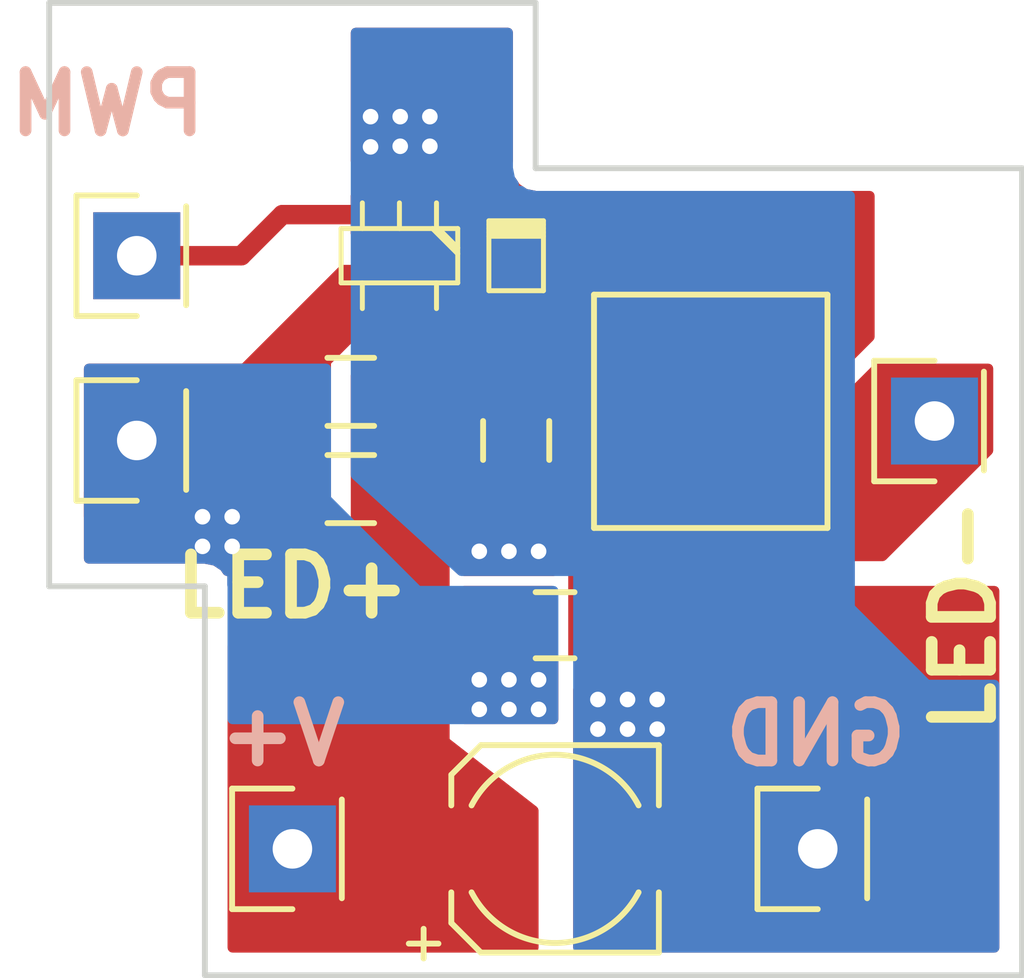
<source format=kicad_pcb>
(kicad_pcb (version 4) (host pcbnew 4.0.4+e1-6308~48~ubuntu16.04.1-stable)

  (general
    (links 18)
    (no_connects 15)
    (area 84.716667 87.424999 115.283334 114.2493)
    (thickness 1.6)
    (drawings 13)
    (tracks 63)
    (zones 0)
    (modules 13)
    (nets 7)
  )

  (page A4)
  (layers
    (0 F.Cu signal)
    (31 B.Cu signal)
    (32 B.Adhes user)
    (33 F.Adhes user hide)
    (34 B.Paste user)
    (35 F.Paste user)
    (36 B.SilkS user)
    (37 F.SilkS user)
    (38 B.Mask user)
    (39 F.Mask user)
    (40 Dwgs.User user)
    (41 Cmts.User user)
    (42 Eco1.User user)
    (43 Eco2.User user)
    (44 Edge.Cuts user)
    (45 Margin user)
    (46 B.CrtYd user)
    (47 F.CrtYd user)
    (48 B.Fab user)
    (49 F.Fab user)
  )

  (setup
    (last_trace_width 0.5)
    (trace_clearance 0.2)
    (zone_clearance 0.508)
    (zone_45_only no)
    (trace_min 0.2)
    (segment_width 0.2)
    (edge_width 0.15)
    (via_size 0.6)
    (via_drill 0.4)
    (via_min_size 0.4)
    (via_min_drill 0.3)
    (uvia_size 0.3)
    (uvia_drill 0.1)
    (uvias_allowed no)
    (uvia_min_size 0.2)
    (uvia_min_drill 0.1)
    (pcb_text_width 0.3)
    (pcb_text_size 1.5 1.5)
    (mod_edge_width 0.15)
    (mod_text_size 1 1)
    (mod_text_width 0.15)
    (pad_size 1.75 1.75)
    (pad_drill 0.9)
    (pad_to_mask_clearance 0.2)
    (aux_axis_origin 0 0)
    (visible_elements 7FFFFFFF)
    (pcbplotparams
      (layerselection 0x0103c_80000001)
      (usegerberextensions false)
      (excludeedgelayer true)
      (linewidth 0.100000)
      (plotframeref false)
      (viasonmask false)
      (mode 1)
      (useauxorigin false)
      (hpglpennumber 1)
      (hpglpenspeed 20)
      (hpglpendiameter 15)
      (hpglpenoverlay 2)
      (psnegative false)
      (psa4output false)
      (plotreference true)
      (plotvalue true)
      (plotinvisibletext false)
      (padsonsilk false)
      (subtractmaskfromsilk false)
      (outputformat 1)
      (mirror false)
      (drillshape 0)
      (scaleselection 1)
      (outputdirectory LED_MODULE_GERBER/))
  )

  (net 0 "")
  (net 1 GND)
  (net 2 /V_BAT)
  (net 3 /CTRL_PWM)
  (net 4 /LED1+)
  (net 5 /LED1-)
  (net 6 "Net-(D1-Pad2)")

  (net_class Default "This is the default net class."
    (clearance 0.2)
    (trace_width 0.5)
    (via_dia 0.6)
    (via_drill 0.4)
    (uvia_dia 0.3)
    (uvia_drill 0.1)
    (add_net /CTRL_PWM)
    (add_net /LED1+)
    (add_net /LED1-)
    (add_net /V_BAT)
    (add_net GND)
    (add_net "Net-(D1-Pad2)")
  )

  (module inductor:inductor_33uH (layer F.Cu) (tedit 58242F8B) (tstamp 580C41C9)
    (at 104.5 98 270)
    (path /580CCAD1)
    (fp_text reference L1 (at 0 5.08 270) (layer F.SilkS) hide
      (effects (font (size 1 1) (thickness 0.15)))
    )
    (fp_text value 33uH (at 0 -5.08 270) (layer F.Fab) hide
      (effects (font (size 1 1) (thickness 0.15)))
    )
    (fp_line (start -3 3) (end -3 -3) (layer F.SilkS) (width 0.15))
    (fp_line (start 3 3) (end -3 3) (layer F.SilkS) (width 0.15))
    (fp_line (start 3 -3) (end 3 3) (layer F.SilkS) (width 0.15))
    (fp_line (start -3 -3) (end 3 -3) (layer F.SilkS) (width 0.15))
    (pad 1 smd rect (at -2.25 0 270) (size 2 6) (layers F.Cu F.Paste F.Mask)
      (net 6 "Net-(D1-Pad2)"))
    (pad 2 smd rect (at 2.25 0 270) (size 2 6) (layers F.Cu F.Paste F.Mask)
      (net 5 /LED1-))
  )

  (module Capacitors_SMD:C_0805_HandSoldering (layer F.Cu) (tedit 58242FA5) (tstamp 580C41A5)
    (at 100.5 103.5)
    (descr "Capacitor SMD 0805, hand soldering")
    (tags "capacitor 0805")
    (path /580A74C7)
    (attr smd)
    (fp_text reference C1 (at 0 -2.1) (layer F.SilkS) hide
      (effects (font (size 1 1) (thickness 0.15)))
    )
    (fp_text value 1uF (at 0 2.1) (layer F.Fab) hide
      (effects (font (size 1 1) (thickness 0.15)))
    )
    (fp_line (start -1 0.625) (end -1 -0.625) (layer F.Fab) (width 0.15))
    (fp_line (start 1 0.625) (end -1 0.625) (layer F.Fab) (width 0.15))
    (fp_line (start 1 -0.625) (end 1 0.625) (layer F.Fab) (width 0.15))
    (fp_line (start -1 -0.625) (end 1 -0.625) (layer F.Fab) (width 0.15))
    (fp_line (start -2.3 -1) (end 2.3 -1) (layer F.CrtYd) (width 0.05))
    (fp_line (start -2.3 1) (end 2.3 1) (layer F.CrtYd) (width 0.05))
    (fp_line (start -2.3 -1) (end -2.3 1) (layer F.CrtYd) (width 0.05))
    (fp_line (start 2.3 -1) (end 2.3 1) (layer F.CrtYd) (width 0.05))
    (fp_line (start 0.5 -0.85) (end -0.5 -0.85) (layer F.SilkS) (width 0.15))
    (fp_line (start -0.5 0.85) (end 0.5 0.85) (layer F.SilkS) (width 0.15))
    (pad 1 smd rect (at -1.25 0) (size 1.5 1.25) (layers F.Cu F.Paste F.Mask)
      (net 4 /LED1+))
    (pad 2 smd rect (at 1.25 0) (size 1.5 1.25) (layers F.Cu F.Paste F.Mask)
      (net 5 /LED1-))
    (model Capacitors_SMD.3dshapes/C_0805_HandSoldering.wrl
      (at (xyz 0 0 0))
      (scale (xyz 1 1 1))
      (rotate (xyz 0 0 0))
    )
  )

  (module Capacitors_SMD:C_0805_HandSoldering (layer F.Cu) (tedit 58242F8D) (tstamp 580C41B1)
    (at 99.5 98.75 90)
    (descr "Capacitor SMD 0805, hand soldering")
    (tags "capacitor 0805")
    (path /580A8826)
    (attr smd)
    (fp_text reference C3 (at 0 -2.1 90) (layer F.SilkS) hide
      (effects (font (size 1 1) (thickness 0.15)))
    )
    (fp_text value 2.2uF (at 0 2.1 90) (layer F.Fab) hide
      (effects (font (size 1 1) (thickness 0.15)))
    )
    (fp_line (start -1 0.625) (end -1 -0.625) (layer F.Fab) (width 0.15))
    (fp_line (start 1 0.625) (end -1 0.625) (layer F.Fab) (width 0.15))
    (fp_line (start 1 -0.625) (end 1 0.625) (layer F.Fab) (width 0.15))
    (fp_line (start -1 -0.625) (end 1 -0.625) (layer F.Fab) (width 0.15))
    (fp_line (start -2.3 -1) (end 2.3 -1) (layer F.CrtYd) (width 0.05))
    (fp_line (start -2.3 1) (end 2.3 1) (layer F.CrtYd) (width 0.05))
    (fp_line (start -2.3 -1) (end -2.3 1) (layer F.CrtYd) (width 0.05))
    (fp_line (start 2.3 -1) (end 2.3 1) (layer F.CrtYd) (width 0.05))
    (fp_line (start 0.5 -0.85) (end -0.5 -0.85) (layer F.SilkS) (width 0.15))
    (fp_line (start -0.5 0.85) (end 0.5 0.85) (layer F.SilkS) (width 0.15))
    (pad 1 smd rect (at -1.25 0 90) (size 1.5 1.25) (layers F.Cu F.Paste F.Mask)
      (net 1 GND))
    (pad 2 smd rect (at 1.25 0 90) (size 1.5 1.25) (layers F.Cu F.Paste F.Mask)
      (net 2 /V_BAT))
    (model Capacitors_SMD.3dshapes/C_0805_HandSoldering.wrl
      (at (xyz 0 0 0))
      (scale (xyz 1 1 1))
      (rotate (xyz 0 0 0))
    )
  )

  (module w_smd_diode:sod323 (layer F.Cu) (tedit 58242F7C) (tstamp 580C41BD)
    (at 99.5 94 90)
    (descr SOD323)
    (path /580A76F9)
    (fp_text reference D1 (at 0 -1.09982 90) (layer F.SilkS) hide
      (effects (font (size 0.39878 0.39878) (thickness 0.09906)))
    )
    (fp_text value BAT20JFILM (at 0 1.19888 90) (layer F.SilkS) hide
      (effects (font (size 0.39878 0.39878) (thickness 0.09906)))
    )
    (fp_line (start 0.8001 -0.70104) (end 0.8001 0.70104) (layer F.SilkS) (width 0.127))
    (fp_line (start 0.70104 0.70104) (end 0.70104 -0.70104) (layer F.SilkS) (width 0.127))
    (fp_line (start 0.59944 -0.70104) (end 0.59944 0.70104) (layer F.SilkS) (width 0.127))
    (fp_line (start 0.50038 -0.70104) (end 0.50038 0.70104) (layer F.SilkS) (width 0.127))
    (fp_line (start 0.89916 -0.70104) (end -0.89916 -0.70104) (layer F.SilkS) (width 0.127))
    (fp_line (start -0.89916 -0.70104) (end -0.89916 0.70104) (layer F.SilkS) (width 0.127))
    (fp_line (start -0.89916 0.70104) (end 0.89916 0.70104) (layer F.SilkS) (width 0.127))
    (fp_line (start 0.89916 0.70104) (end 0.89916 -0.70104) (layer F.SilkS) (width 0.127))
    (pad 2 smd rect (at 1.09982 0 90) (size 1.00076 0.59944) (layers F.Cu F.Paste F.Mask)
      (net 6 "Net-(D1-Pad2)"))
    (pad 1 smd rect (at -1.09982 0 90) (size 1.00076 0.59944) (layers F.Cu F.Paste F.Mask)
      (net 2 /V_BAT))
    (model walter/smd_diode/sod323.wrl
      (at (xyz 0 0 0))
      (scale (xyz 1 1 1))
      (rotate (xyz 0 0 0))
    )
  )

  (module Resistors_SMD:R_0805_HandSoldering (layer F.Cu) (tedit 58242F83) (tstamp 580C4201)
    (at 95.25 97.5 180)
    (descr "Resistor SMD 0805, hand soldering")
    (tags "resistor 0805")
    (path /580A8541)
    (attr smd)
    (fp_text reference R1 (at 0 -2.1 180) (layer F.SilkS) hide
      (effects (font (size 1 1) (thickness 0.15)))
    )
    (fp_text value 0.5 (at 0 2.1 180) (layer F.Fab)
      (effects (font (size 1 1) (thickness 0.15)))
    )
    (fp_line (start -2.4 -1) (end 2.4 -1) (layer F.CrtYd) (width 0.05))
    (fp_line (start -2.4 1) (end 2.4 1) (layer F.CrtYd) (width 0.05))
    (fp_line (start -2.4 -1) (end -2.4 1) (layer F.CrtYd) (width 0.05))
    (fp_line (start 2.4 -1) (end 2.4 1) (layer F.CrtYd) (width 0.05))
    (fp_line (start 0.6 0.875) (end -0.6 0.875) (layer F.SilkS) (width 0.15))
    (fp_line (start -0.6 -0.875) (end 0.6 -0.875) (layer F.SilkS) (width 0.15))
    (pad 1 smd rect (at -1.35 0 180) (size 1.5 1.3) (layers F.Cu F.Paste F.Mask)
      (net 2 /V_BAT))
    (pad 2 smd rect (at 1.35 0 180) (size 1.5 1.3) (layers F.Cu F.Paste F.Mask)
      (net 4 /LED1+))
    (model Resistors_SMD.3dshapes/R_0805_HandSoldering.wrl
      (at (xyz 0 0 0))
      (scale (xyz 1 1 1))
      (rotate (xyz 0 0 0))
    )
  )

  (module Resistors_SMD:R_0805_HandSoldering (layer F.Cu) (tedit 58242F6F) (tstamp 580C420D)
    (at 95.25 100 180)
    (descr "Resistor SMD 0805, hand soldering")
    (tags "resistor 0805")
    (path /580B3BF4)
    (attr smd)
    (fp_text reference R3 (at 0 -2.1 180) (layer F.SilkS) hide
      (effects (font (size 1 1) (thickness 0.15)))
    )
    (fp_text value 0.5 (at 0 2.1 180) (layer F.Fab)
      (effects (font (size 1 1) (thickness 0.15)))
    )
    (fp_line (start -2.4 -1) (end 2.4 -1) (layer F.CrtYd) (width 0.05))
    (fp_line (start -2.4 1) (end 2.4 1) (layer F.CrtYd) (width 0.05))
    (fp_line (start -2.4 -1) (end -2.4 1) (layer F.CrtYd) (width 0.05))
    (fp_line (start 2.4 -1) (end 2.4 1) (layer F.CrtYd) (width 0.05))
    (fp_line (start 0.6 0.875) (end -0.6 0.875) (layer F.SilkS) (width 0.15))
    (fp_line (start -0.6 -0.875) (end 0.6 -0.875) (layer F.SilkS) (width 0.15))
    (pad 1 smd rect (at -1.35 0 180) (size 1.5 1.3) (layers F.Cu F.Paste F.Mask)
      (net 2 /V_BAT))
    (pad 2 smd rect (at 1.35 0 180) (size 1.5 1.3) (layers F.Cu F.Paste F.Mask)
      (net 4 /LED1+))
    (model Resistors_SMD.3dshapes/R_0805_HandSoldering.wrl
      (at (xyz 0 0 0))
      (scale (xyz 1 1 1))
      (rotate (xyz 0 0 0))
    )
  )

  (module w_smd_trans:sot23-5 (layer F.Cu) (tedit 58242F7E) (tstamp 580C421C)
    (at 96.5 94 180)
    (descr SOT23-5)
    (path /580A69E8)
    (fp_text reference U1 (at 0 -2.0574 180) (layer F.SilkS) hide
      (effects (font (size 0.50038 0.50038) (thickness 0.09906)))
    )
    (fp_text value AL8805WS (at 0 0 180) (layer F.SilkS) hide
      (effects (font (size 0.50038 0.50038) (thickness 0.09906)))
    )
    (fp_line (start -0.8509 0.6985) (end -1.4986 0.0508) (layer F.SilkS) (width 0.127))
    (fp_line (start -1.0033 0.6985) (end -1.4986 0.2032) (layer F.SilkS) (width 0.127))
    (fp_line (start 0.9525 -0.6985) (end 0.9525 -1.3589) (layer F.SilkS) (width 0.127))
    (fp_line (start -0.9525 -0.6985) (end -0.9525 -1.3589) (layer F.SilkS) (width 0.127))
    (fp_line (start 0 0.6985) (end 0 1.3589) (layer F.SilkS) (width 0.127))
    (fp_line (start 0.9525 0.6985) (end 0.9525 1.3589) (layer F.SilkS) (width 0.127))
    (fp_line (start -0.9525 0.6985) (end -0.9525 1.3589) (layer F.SilkS) (width 0.127))
    (fp_line (start -1.4986 -0.6985) (end 1.4986 -0.6985) (layer F.SilkS) (width 0.127))
    (fp_line (start 1.4986 -0.6985) (end 1.4986 0.6985) (layer F.SilkS) (width 0.127))
    (fp_line (start 1.4986 0.6985) (end -1.4986 0.6985) (layer F.SilkS) (width 0.127))
    (fp_line (start -1.4986 0.6985) (end -1.4986 -0.6985) (layer F.SilkS) (width 0.127))
    (pad 1 smd rect (at -0.9525 1.05664 180) (size 0.59944 1.00076) (layers F.Cu F.Paste F.Mask)
      (net 6 "Net-(D1-Pad2)"))
    (pad 3 smd rect (at 0.9525 1.05664 180) (size 0.59944 1.00076) (layers F.Cu F.Paste F.Mask)
      (net 3 /CTRL_PWM))
    (pad 2 smd rect (at 0 1.05664 180) (size 0.59944 1.00076) (layers F.Cu F.Paste F.Mask)
      (net 1 GND))
    (pad 4 smd rect (at 0.9525 -1.05664 180) (size 0.59944 1.00076) (layers F.Cu F.Paste F.Mask)
      (net 4 /LED1+))
    (pad 5 smd rect (at -0.9525 -1.05664 180) (size 0.59944 1.00076) (layers F.Cu F.Paste F.Mask)
      (net 2 /V_BAT))
    (model walter/smd_trans/sot23-5.wrl
      (at (xyz 0 0 0))
      (scale (xyz 1 1 1))
      (rotate (xyz 0 0 0))
    )
  )

  (module Capacitors_SMD:c_elec_5x4.5 (layer F.Cu) (tedit 58242FA1) (tstamp 58229789)
    (at 100.5 109.25)
    (descr "SMT capacitor, aluminium electrolytic, 5x4.5")
    (path /5822AADF)
    (attr smd)
    (fp_text reference C2 (at 0 3.9243) (layer F.SilkS) hide
      (effects (font (size 1 1) (thickness 0.15)))
    )
    (fp_text value C (at 0 -3.9243) (layer F.Fab) hide
      (effects (font (size 1 1) (thickness 0.15)))
    )
    (fp_text user + (at -1.3716 -0.0762) (layer F.Fab)
      (effects (font (size 1 1) (thickness 0.15)))
    )
    (fp_line (start 2.5146 2.5146) (end 2.5146 -2.5146) (layer F.Fab) (width 0.15))
    (fp_line (start -1.8415 2.5146) (end 2.5146 2.5146) (layer F.Fab) (width 0.15))
    (fp_line (start -2.5146 1.8415) (end -1.8415 2.5146) (layer F.Fab) (width 0.15))
    (fp_line (start -2.5146 -1.8415) (end -2.5146 1.8415) (layer F.Fab) (width 0.15))
    (fp_line (start -1.8415 -2.5146) (end -2.5146 -1.8415) (layer F.Fab) (width 0.15))
    (fp_line (start 2.5146 -2.5146) (end -1.8415 -2.5146) (layer F.Fab) (width 0.15))
    (fp_line (start 2.667 2.667) (end 2.667 1.1176) (layer F.SilkS) (width 0.15))
    (fp_line (start 2.667 -2.667) (end 2.667 -1.1176) (layer F.SilkS) (width 0.15))
    (fp_line (start -2.667 -1.905) (end -2.667 -1.1176) (layer F.SilkS) (width 0.15))
    (fp_line (start -2.667 1.905) (end -2.667 1.1176) (layer F.SilkS) (width 0.15))
    (fp_arc (start 0 0) (end 2.1463 1.1176) (angle 124.9871072) (layer F.SilkS) (width 0.15))
    (fp_arc (start 0 0) (end -2.1463 -1.1176) (angle 124.9644817) (layer F.SilkS) (width 0.15))
    (fp_text user + (at -3.3782 2.3622) (layer F.SilkS)
      (effects (font (size 1 1) (thickness 0.15)))
    )
    (fp_line (start 3.95 -3) (end -3.95 -3) (layer F.CrtYd) (width 0.05))
    (fp_line (start -3.95 -3) (end -3.95 3) (layer F.CrtYd) (width 0.05))
    (fp_line (start -3.95 3) (end 3.95 3) (layer F.CrtYd) (width 0.05))
    (fp_line (start 3.95 3) (end 3.95 -3) (layer F.CrtYd) (width 0.05))
    (fp_line (start 2.667 -2.667) (end -1.905 -2.667) (layer F.SilkS) (width 0.15))
    (fp_line (start -1.905 -2.667) (end -2.667 -1.905) (layer F.SilkS) (width 0.15))
    (fp_line (start -2.667 1.905) (end -1.905 2.667) (layer F.SilkS) (width 0.15))
    (fp_line (start -1.905 2.667) (end 2.667 2.667) (layer F.SilkS) (width 0.15))
    (pad 1 smd rect (at -2.2 0 180) (size 3 1.6) (layers F.Cu F.Paste F.Mask)
      (net 2 /V_BAT))
    (pad 2 smd rect (at 2.2 0 180) (size 3 1.6) (layers F.Cu F.Paste F.Mask)
      (net 1 GND))
    (model Capacitors_SMD.3dshapes/c_elec_5x4.5.wrl
      (at (xyz 0 0 0))
      (scale (xyz 1 1 1))
      (rotate (xyz 0 0 180))
    )
  )

  (module Socket_Strips:Socket_Strip_Straight_1x01 (layer F.Cu) (tedit 58242F68) (tstamp 58242F54)
    (at 107.25 109.25)
    (descr "Through hole socket strip")
    (tags "socket strip")
    (path /58242D49)
    (fp_text reference P1 (at 0 -5.1) (layer F.SilkS) hide
      (effects (font (size 1 1) (thickness 0.15)))
    )
    (fp_text value CONN_01X01 (at 0 -3.1) (layer F.Fab) hide
      (effects (font (size 1 1) (thickness 0.15)))
    )
    (fp_line (start -1.75 -1.75) (end -1.75 1.75) (layer F.CrtYd) (width 0.05))
    (fp_line (start 1.75 -1.75) (end 1.75 1.75) (layer F.CrtYd) (width 0.05))
    (fp_line (start -1.75 -1.75) (end 1.75 -1.75) (layer F.CrtYd) (width 0.05))
    (fp_line (start -1.75 1.75) (end 1.75 1.75) (layer F.CrtYd) (width 0.05))
    (fp_line (start 1.27 1.27) (end 1.27 -1.27) (layer F.SilkS) (width 0.15))
    (fp_line (start -1.55 -1.55) (end 0 -1.55) (layer F.SilkS) (width 0.15))
    (fp_line (start -1.55 -1.55) (end -1.55 1.55) (layer F.SilkS) (width 0.15))
    (fp_line (start -1.55 1.55) (end 0 1.55) (layer F.SilkS) (width 0.15))
    (pad 1 thru_hole rect (at 0 0) (size 2.2352 2.2352) (drill 1.016) (layers *.Cu *.Mask)
      (net 1 GND))
  )

  (module Socket_Strips:Socket_Strip_Straight_1x01 (layer F.Cu) (tedit 58242F6D) (tstamp 58242F60)
    (at 93.75 109.25)
    (descr "Through hole socket strip")
    (tags "socket strip")
    (path /58242E95)
    (fp_text reference P2 (at 0 -5.1) (layer F.SilkS) hide
      (effects (font (size 1 1) (thickness 0.15)))
    )
    (fp_text value CONN_01X01 (at 0 -3.1) (layer F.Fab) hide
      (effects (font (size 1 1) (thickness 0.15)))
    )
    (fp_line (start -1.75 -1.75) (end -1.75 1.75) (layer F.CrtYd) (width 0.05))
    (fp_line (start 1.75 -1.75) (end 1.75 1.75) (layer F.CrtYd) (width 0.05))
    (fp_line (start -1.75 -1.75) (end 1.75 -1.75) (layer F.CrtYd) (width 0.05))
    (fp_line (start -1.75 1.75) (end 1.75 1.75) (layer F.CrtYd) (width 0.05))
    (fp_line (start 1.27 1.27) (end 1.27 -1.27) (layer F.SilkS) (width 0.15))
    (fp_line (start -1.55 -1.55) (end 0 -1.55) (layer F.SilkS) (width 0.15))
    (fp_line (start -1.55 -1.55) (end -1.55 1.55) (layer F.SilkS) (width 0.15))
    (fp_line (start -1.55 1.55) (end 0 1.55) (layer F.SilkS) (width 0.15))
    (pad 1 thru_hole rect (at 0 0) (size 2.2352 2.2352) (drill 1.016) (layers *.Cu *.Mask)
      (net 2 /V_BAT))
  )

  (module Socket_Strips:Socket_Strip_Straight_1x01 (layer F.Cu) (tedit 58242F73) (tstamp 58242F6C)
    (at 89.75 94)
    (descr "Through hole socket strip")
    (tags "socket strip")
    (path /58242EC7)
    (fp_text reference P3 (at 0 -5.1) (layer F.SilkS) hide
      (effects (font (size 1 1) (thickness 0.15)))
    )
    (fp_text value CONN_01X01 (at 0 -3.1) (layer F.Fab) hide
      (effects (font (size 1 1) (thickness 0.15)))
    )
    (fp_line (start -1.75 -1.75) (end -1.75 1.75) (layer F.CrtYd) (width 0.05))
    (fp_line (start 1.75 -1.75) (end 1.75 1.75) (layer F.CrtYd) (width 0.05))
    (fp_line (start -1.75 -1.75) (end 1.75 -1.75) (layer F.CrtYd) (width 0.05))
    (fp_line (start -1.75 1.75) (end 1.75 1.75) (layer F.CrtYd) (width 0.05))
    (fp_line (start 1.27 1.27) (end 1.27 -1.27) (layer F.SilkS) (width 0.15))
    (fp_line (start -1.55 -1.55) (end 0 -1.55) (layer F.SilkS) (width 0.15))
    (fp_line (start -1.55 -1.55) (end -1.55 1.55) (layer F.SilkS) (width 0.15))
    (fp_line (start -1.55 1.55) (end 0 1.55) (layer F.SilkS) (width 0.15))
    (pad 1 thru_hole rect (at 0 0) (size 2.2352 2.2352) (drill 1.016) (layers *.Cu *.Mask)
      (net 3 /CTRL_PWM))
  )

  (module Socket_Strips:Socket_Strip_Straight_1x01 (layer F.Cu) (tedit 58243112) (tstamp 58242F78)
    (at 89.75 98.75)
    (descr "Through hole socket strip")
    (tags "socket strip")
    (path /58243C3A)
    (fp_text reference P4 (at 0 -5.1) (layer F.SilkS) hide
      (effects (font (size 1 1) (thickness 0.15)))
    )
    (fp_text value CONN_01X01 (at 0 -3.1) (layer F.Fab) hide
      (effects (font (size 1 1) (thickness 0.15)))
    )
    (fp_line (start -1.75 -1.75) (end -1.75 1.75) (layer F.CrtYd) (width 0.05))
    (fp_line (start 1.75 -1.75) (end 1.75 1.75) (layer F.CrtYd) (width 0.05))
    (fp_line (start -1.75 -1.75) (end 1.75 -1.75) (layer F.CrtYd) (width 0.05))
    (fp_line (start -1.75 1.75) (end 1.75 1.75) (layer F.CrtYd) (width 0.05))
    (fp_line (start 1.27 1.27) (end 1.27 -1.27) (layer F.SilkS) (width 0.15))
    (fp_line (start -1.55 -1.55) (end 0 -1.55) (layer F.SilkS) (width 0.15))
    (fp_line (start -1.55 -1.55) (end -1.55 1.55) (layer F.SilkS) (width 0.15))
    (fp_line (start -1.55 1.55) (end 0 1.55) (layer F.SilkS) (width 0.15))
    (pad 1 thru_hole rect (at 0 0) (size 2.2352 2.2352) (drill 1.016) (layers *.Cu *.Mask)
      (net 4 /LED1+))
  )

  (module Socket_Strips:Socket_Strip_Straight_1x01 (layer F.Cu) (tedit 58242F61) (tstamp 58242F84)
    (at 110.25 98.25)
    (descr "Through hole socket strip")
    (tags "socket strip")
    (path /58243CBE)
    (fp_text reference P5 (at 0 -5.1) (layer F.SilkS) hide
      (effects (font (size 1 1) (thickness 0.15)))
    )
    (fp_text value CONN_01X01 (at 0 -3.1) (layer F.Fab) hide
      (effects (font (size 1 1) (thickness 0.15)))
    )
    (fp_line (start -1.75 -1.75) (end -1.75 1.75) (layer F.CrtYd) (width 0.05))
    (fp_line (start 1.75 -1.75) (end 1.75 1.75) (layer F.CrtYd) (width 0.05))
    (fp_line (start -1.75 -1.75) (end 1.75 -1.75) (layer F.CrtYd) (width 0.05))
    (fp_line (start -1.75 1.75) (end 1.75 1.75) (layer F.CrtYd) (width 0.05))
    (fp_line (start 1.27 1.27) (end 1.27 -1.27) (layer F.SilkS) (width 0.15))
    (fp_line (start -1.55 -1.55) (end 0 -1.55) (layer F.SilkS) (width 0.15))
    (fp_line (start -1.55 -1.55) (end -1.55 1.55) (layer F.SilkS) (width 0.15))
    (fp_line (start -1.55 1.55) (end 0 1.55) (layer F.SilkS) (width 0.15))
    (pad 1 thru_hole rect (at 0 0) (size 2.2352 2.2352) (drill 1.016) (layers *.Cu *.Mask)
      (net 5 /LED1-))
  )

  (gr_line (start 91.5 102.5) (end 91.5 112.5) (layer Edge.Cuts) (width 0.15))
  (gr_line (start 87.5 102.5) (end 91.5 102.5) (layer Edge.Cuts) (width 0.15))
  (gr_line (start 100 91.75) (end 112.5 91.75) (layer Edge.Cuts) (width 0.15))
  (gr_line (start 100 87.5) (end 100 91.75) (layer Edge.Cuts) (width 0.15))
  (gr_line (start 87.5 87.5) (end 100 87.5) (angle 90) (layer Edge.Cuts) (width 0.15))
  (gr_line (start 112.5 91.75) (end 112.5 112.5) (angle 90) (layer Edge.Cuts) (width 0.15))
  (gr_line (start 91.5 112.5) (end 112.5 112.5) (angle 90) (layer Edge.Cuts) (width 0.15))
  (gr_line (start 87.5 87.5) (end 87.5 102.5) (angle 90) (layer Edge.Cuts) (width 0.15))
  (gr_text LED- (at 111 103.25 90) (layer F.SilkS)
    (effects (font (size 1.5 1.5) (thickness 0.3)))
  )
  (gr_text LED+ (at 93.75 102.5) (layer F.SilkS)
    (effects (font (size 1.5 1.5) (thickness 0.3)))
  )
  (gr_text PWM (at 89 90.1) (layer B.SilkS)
    (effects (font (size 1.5 1.5) (thickness 0.3)) (justify mirror))
  )
  (gr_text GND (at 107.2 106.3) (layer B.SilkS)
    (effects (font (size 1.5 1.5) (thickness 0.3)) (justify mirror))
  )
  (gr_text V+ (at 93.5 106.3) (layer B.SilkS)
    (effects (font (size 1.5 1.5) (thickness 0.3)) (justify mirror))
  )

  (segment (start 101.854 106.807) (end 102.616 106.807) (width 0.5) (layer B.Cu) (net 0))
  (segment (start 102.616 107.569) (end 101.854 107.569) (width 0.5) (layer B.Cu) (net 0))
  (segment (start 103.378 107.569) (end 102.616 107.569) (width 0.5) (layer F.Cu) (net 0))
  (segment (start 104.902 106.045) (end 103.378 107.569) (width 0.5) (layer B.Cu) (net 0))
  (segment (start 102.362 105.41) (end 101.473 105.41) (width 0.5) (layer F.Cu) (net 1))
  (via (at 101.6 105.41) (size 0.6) (drill 0.4) (layers F.Cu B.Cu) (net 1))
  (segment (start 103.251 105.41) (end 102.362 105.41) (width 0.5) (layer B.Cu) (net 1))
  (via (at 102.362 105.41) (size 0.6) (drill 0.4) (layers F.Cu B.Cu) (net 1))
  (segment (start 103.251 106.045) (end 103.251 105.41) (width 0.5) (layer F.Cu) (net 1))
  (via (at 103.124 105.41) (size 0.6) (drill 0.4) (layers F.Cu B.Cu) (net 1))
  (segment (start 101.473 106.045) (end 103.251 106.045) (width 0.5) (layer B.Cu) (net 1))
  (segment (start 102.362 106.045) (end 101.473 106.045) (width 0.5) (layer F.Cu) (net 1))
  (via (at 101.6 106.172) (size 0.6) (drill 0.4) (layers F.Cu B.Cu) (net 1))
  (segment (start 103.251 106.045) (end 102.362 106.045) (width 0.5) (layer B.Cu) (net 1))
  (via (at 102.362 106.172) (size 0.6) (drill 0.4) (layers F.Cu B.Cu) (net 1))
  (segment (start 104.267 108.383) (end 104.267 107.061) (width 0.5) (layer F.Cu) (net 1))
  (segment (start 104.267 107.061) (end 103.251 106.045) (width 0.5) (layer F.Cu) (net 1))
  (via (at 103.124 106.172) (size 0.6) (drill 0.4) (layers F.Cu B.Cu) (net 1))
  (segment (start 102.7 109.25) (end 103.4 109.25) (width 0.5) (layer F.Cu) (net 1))
  (segment (start 103.4 109.25) (end 104.267 108.383) (width 0.5) (layer F.Cu) (net 1))
  (segment (start 96.5 91.94298) (end 95.758 91.20098) (width 0.5) (layer F.Cu) (net 1))
  (segment (start 96.5 92.329) (end 96.5 91.94298) (width 0.5) (layer F.Cu) (net 1))
  (segment (start 96.5 92.94336) (end 96.5 92.329) (width 0.5) (layer F.Cu) (net 1))
  (segment (start 96.5 91.94298) (end 96.52 91.92298) (width 0.5) (layer F.Cu) (net 1))
  (segment (start 96.52 91.92298) (end 96.52 91.186) (width 0.5) (layer F.Cu) (net 1))
  (segment (start 99.314 101.6) (end 98.552 101.6) (width 0.5) (layer F.Cu) (net 1))
  (via (at 98.552 101.6) (size 0.6) (drill 0.4) (layers F.Cu B.Cu) (net 1))
  (segment (start 100.076 101.6) (end 99.314 101.6) (width 0.5) (layer B.Cu) (net 1))
  (via (at 99.314 101.6) (size 0.6) (drill 0.4) (layers F.Cu B.Cu) (net 1))
  (segment (start 99.5 100) (end 99.5 101.024) (width 0.5) (layer F.Cu) (net 1))
  (segment (start 99.5 101.024) (end 100.076 101.6) (width 0.5) (layer F.Cu) (net 1))
  (via (at 100.076 101.6) (size 0.6) (drill 0.4) (layers F.Cu B.Cu) (net 1))
  (segment (start 96.52 90.424) (end 95.758 90.424) (width 0.5) (layer F.Cu) (net 1))
  (via (at 95.758 90.424) (size 0.6) (drill 0.4) (layers F.Cu B.Cu) (net 1))
  (segment (start 97.282 90.424) (end 96.52 90.424) (width 0.5) (layer B.Cu) (net 1))
  (via (at 96.52 90.424) (size 0.6) (drill 0.4) (layers F.Cu B.Cu) (net 1))
  (segment (start 97.282 91.186) (end 97.282 90.424) (width 0.5) (layer F.Cu) (net 1))
  (via (at 97.282 90.424) (size 0.6) (drill 0.4) (layers F.Cu B.Cu) (net 1))
  (segment (start 96.52 91.186) (end 97.282 91.186) (width 0.5) (layer B.Cu) (net 1))
  (via (at 97.282 91.186) (size 0.6) (drill 0.4) (layers F.Cu B.Cu) (net 1))
  (segment (start 95.758 91.20098) (end 96.50502 91.20098) (width 0.5) (layer F.Cu) (net 1))
  (segment (start 96.50502 91.20098) (end 96.52 91.186) (width 0.5) (layer F.Cu) (net 1))
  (via (at 96.52 91.186) (size 0.6) (drill 0.4) (layers F.Cu B.Cu) (net 1))
  (via (at 95.758 91.20098) (size 0.6) (drill 0.4) (layers F.Cu B.Cu) (net 1))
  (segment (start 92.436 94) (end 93.49264 92.94336) (width 0.5) (layer F.Cu) (net 3))
  (segment (start 93.49264 92.94336) (end 95.5475 92.94336) (width 0.5) (layer F.Cu) (net 3))
  (segment (start 89.75 94) (end 92.436 94) (width 0.5) (layer F.Cu) (net 3))
  (via (at 91.44 101.473) (size 0.6) (drill 0.4) (layers F.Cu B.Cu) (net 4))
  (via (at 92.202 100.711) (size 0.6) (drill 0.4) (layers F.Cu B.Cu) (net 4))
  (via (at 91.44 100.711) (size 0.6) (drill 0.4) (layers F.Cu B.Cu) (net 4))
  (segment (start 93.9 97.5) (end 93.9 99.013) (width 0.5) (layer F.Cu) (net 4))
  (segment (start 93.9 99.013) (end 92.456 100.457) (width 0.5) (layer F.Cu) (net 4))
  (via (at 92.202 101.473) (size 0.6) (drill 0.4) (layers F.Cu B.Cu) (net 4))
  (via (at 98.552 105.664) (size 0.6) (drill 0.4) (layers F.Cu B.Cu) (net 4))
  (segment (start 100.076 105.664) (end 99.314 105.664) (width 0.5) (layer F.Cu) (net 4))
  (via (at 99.314 105.664) (size 0.6) (drill 0.4) (layers F.Cu B.Cu) (net 4))
  (via (at 100.076 105.664) (size 0.6) (drill 0.4) (layers F.Cu B.Cu) (net 4))
  (segment (start 99.314 104.902) (end 100.076 104.902) (width 0.5) (layer F.Cu) (net 4))
  (via (at 100.076 104.902) (size 0.6) (drill 0.4) (layers F.Cu B.Cu) (net 4))
  (via (at 99.314 104.902) (size 0.6) (drill 0.4) (layers F.Cu B.Cu) (net 4))
  (segment (start 99.25 103.5) (end 99.25 104.204) (width 0.5) (layer F.Cu) (net 4))
  (segment (start 99.25 104.204) (end 98.552 104.902) (width 0.5) (layer F.Cu) (net 4))
  (via (at 98.552 104.902) (size 0.6) (drill 0.4) (layers F.Cu B.Cu) (net 4))

  (zone (net 4) (net_name /LED1+) (layer F.Cu) (tstamp 0) (hatch edge 0.508)
    (connect_pads yes (clearance 0.508))
    (min_thickness 0.254)
    (fill yes (arc_segments 16) (thermal_gap 0.508) (thermal_bridge_width 0.508))
    (polygon
      (pts
        (xy 94.996 94.234) (xy 92.456 96.774) (xy 88.392 96.774) (xy 88.392 100.838) (xy 94.742 100.838)
        (xy 94.742 96.774) (xy 96.012 95.504) (xy 96.012 94.234)
      )
    )
    (filled_polygon
      (pts
        (xy 95.885 95.451394) (xy 94.652197 96.684197) (xy 94.624334 96.726211) (xy 94.615 96.774) (xy 94.615 100.711)
        (xy 88.519 100.711) (xy 88.519 96.901) (xy 92.456 96.901) (xy 92.50541 96.890994) (xy 92.545803 96.863803)
        (xy 95.048606 94.361) (xy 95.885 94.361)
      )
    )
  )
  (zone (net 2) (net_name /V_BAT) (layer F.Cu) (tstamp 0) (hatch edge 0.508)
    (connect_pads yes (clearance 0.508))
    (min_thickness 0.254)
    (fill yes (arc_segments 16) (thermal_gap 0.508) (thermal_bridge_width 0.508))
    (polygon
      (pts
        (xy 96.52 94.234) (xy 100.33 94.234) (xy 100.33 98.552) (xy 98.552 98.552) (xy 97.79 99.314)
        (xy 97.79 101.6) (xy 97.79 106.426) (xy 100.076 108.204) (xy 100.076 112.268) (xy 91.694 112.268)
        (xy 91.694 104.394) (xy 95.25 100.838) (xy 95.25 97.028) (xy 96.774 95.504) (xy 96.774 94.234)
        (xy 96.774 94.234)
      )
    )
    (filled_polygon
      (pts
        (xy 100.203 98.425) (xy 98.552 98.425) (xy 98.50259 98.435006) (xy 98.462197 98.462197) (xy 97.700197 99.224197)
        (xy 97.672334 99.266211) (xy 97.663 99.314) (xy 97.663 104.604811) (xy 97.617162 104.715201) (xy 97.616838 105.087167)
        (xy 97.663 105.198888) (xy 97.663 105.366811) (xy 97.617162 105.477201) (xy 97.616838 105.849167) (xy 97.663 105.960888)
        (xy 97.663 106.426) (xy 97.673006 106.47541) (xy 97.71203 106.526248) (xy 99.949 108.266114) (xy 99.949 111.79)
        (xy 92.21 111.79) (xy 92.21 104.057606) (xy 95.339803 100.927803) (xy 95.367666 100.885789) (xy 95.377 100.838)
        (xy 95.377 97.080606) (xy 96.863803 95.593803) (xy 96.891666 95.551789) (xy 96.901 95.504) (xy 96.901 94.361)
        (xy 100.203 94.361)
      )
    )
  )
  (zone (net 5) (net_name /LED1-) (layer F.Cu) (tstamp 0) (hatch edge 0.508)
    (connect_pads yes (clearance 0.508))
    (min_thickness 0.254)
    (fill yes (arc_segments 16) (thermal_gap 0.508) (thermal_bridge_width 0.508))
    (polygon
      (pts
        (xy 100.838 98.806) (xy 100.838 104.394) (xy 102.87 104.394) (xy 105.41 101.854) (xy 108.966 101.854)
        (xy 111.76 99.06) (xy 111.76 96.774) (xy 108.712 96.774) (xy 107.442 98.044) (xy 100.838 98.044)
      )
    )
    (filled_polygon
      (pts
        (xy 111.633 99.007394) (xy 108.913394 101.727) (xy 105.41 101.727) (xy 105.36059 101.737006) (xy 105.320197 101.764197)
        (xy 102.817394 104.267) (xy 100.965 104.267) (xy 100.965 98.171) (xy 107.442 98.171) (xy 107.49141 98.160994)
        (xy 107.531803 98.133803) (xy 108.764606 96.901) (xy 111.633 96.901)
      )
    )
  )
  (zone (net 6) (net_name "Net-(D1-Pad2)") (layer F.Cu) (tstamp 0) (hatch edge 0.508)
    (connect_pads yes (clearance 0.508))
    (min_thickness 0.254)
    (fill yes (arc_segments 16) (thermal_gap 0.508) (thermal_bridge_width 0.508))
    (polygon
      (pts
        (xy 97.028 91.948) (xy 97.028 93.853) (xy 100.203 93.853) (xy 100.838 94.488) (xy 100.838 97.409)
        (xy 107.442 97.409) (xy 108.712 96.139) (xy 108.712 91.948)
      )
    )
    (filled_polygon
      (pts
        (xy 99.497954 92.252046) (xy 99.728295 92.405954) (xy 100 92.46) (xy 108.585 92.46) (xy 108.585 96.086394)
        (xy 107.389394 97.282) (xy 100.965 97.282) (xy 100.965 94.488) (xy 100.954994 94.43859) (xy 100.927803 94.398197)
        (xy 100.292803 93.763197) (xy 100.250789 93.735334) (xy 100.203 93.726) (xy 97.3754 93.726) (xy 97.396151 93.69563)
        (xy 97.44716 93.44374) (xy 97.44716 92.44298) (xy 97.402882 92.207663) (xy 97.317516 92.075) (xy 99.379656 92.075)
      )
    )
  )
  (zone (net 1) (net_name GND) (layer F.Cu) (tstamp 0) (hatch edge 0.508)
    (connect_pads yes (clearance 0.508))
    (min_thickness 0.254)
    (fill yes (arc_segments 16) (thermal_gap 0.508) (thermal_bridge_width 0.508))
    (polygon
      (pts
        (xy 98.806 98.806) (xy 98.044 99.568) (xy 98.044 102.235) (xy 100.584 102.235) (xy 100.584 98.806)
      )
    )
    (filled_polygon
      (pts
        (xy 100.457 102.108) (xy 98.171 102.108) (xy 98.171 99.620606) (xy 98.858606 98.933) (xy 100.457 98.933)
      )
    )
  )
  (zone (net 4) (net_name /LED1+) (layer F.Cu) (tstamp 0) (hatch edge 0.508)
    (connect_pads yes (clearance 0.508))
    (min_thickness 0.254)
    (fill yes (arc_segments 16) (thermal_gap 0.508) (thermal_bridge_width 0.508))
    (polygon
      (pts
        (xy 98.044 102.489) (xy 100.584 102.489) (xy 100.584 106.045) (xy 98.044 106.045)
      )
    )
    (filled_polygon
      (pts
        (xy 100.403569 102.62311) (xy 100.35256 102.875) (xy 100.35256 104.125) (xy 100.396838 104.360317) (xy 100.457 104.453811)
        (xy 100.457 105.918) (xy 98.171 105.918) (xy 98.171 102.616) (xy 100.408427 102.616)
      )
    )
  )
  (zone (net 4) (net_name /LED1+) (layer F.Cu) (tstamp 0) (hatch edge 0.508)
    (connect_pads yes (clearance 0.508))
    (min_thickness 0.254)
    (fill yes (arc_segments 16) (thermal_gap 0.508) (thermal_bridge_width 0.508))
    (polygon
      (pts
        (xy 88.392 100.584) (xy 88.392 102.235) (xy 93.218 102.235) (xy 94.742 100.711) (xy 94.742 99.949)
        (xy 88.392 99.949)
      )
    )
    (filled_polygon
      (pts
        (xy 94.615 100.658394) (xy 93.165394 102.108) (xy 92.075576 102.108) (xy 92.002046 101.997954) (xy 91.771705 101.844046)
        (xy 91.5 101.79) (xy 88.519 101.79) (xy 88.519 100.076) (xy 94.615 100.076)
      )
    )
  )
  (zone (net 4) (net_name /LED1+) (layer B.Cu) (tstamp 0) (hatch edge 0.508)
    (connect_pads yes (clearance 0.508))
    (min_thickness 0.254)
    (fill yes (arc_segments 16) (thermal_gap 0.508) (thermal_bridge_width 0.508))
    (polygon
      (pts
        (xy 100.584 102.489) (xy 100.584 106.045) (xy 92.075 106.045) (xy 92.075 102.235) (xy 88.392 102.235)
        (xy 88.392 96.774) (xy 94.742 96.774) (xy 94.742 100.203) (xy 97.028 102.489)
      )
    )
    (filled_polygon
      (pts
        (xy 94.615 100.203) (xy 94.625006 100.25241) (xy 94.652197 100.292803) (xy 96.938197 102.578803) (xy 96.980211 102.606666)
        (xy 97.028 102.616) (xy 100.457 102.616) (xy 100.457 105.918) (xy 92.21 105.918) (xy 92.21 102.5)
        (xy 92.202 102.459782) (xy 92.202 102.235) (xy 92.191994 102.18559) (xy 92.163553 102.143965) (xy 92.121159 102.116685)
        (xy 92.075659 102.108124) (xy 92.002046 101.997954) (xy 91.771705 101.844046) (xy 91.5 101.79) (xy 88.519 101.79)
        (xy 88.519 96.901) (xy 94.615 96.901)
      )
    )
  )
  (zone (net 1) (net_name GND) (layer B.Cu) (tstamp 0) (hatch edge 0.508)
    (connect_pads yes (clearance 0.508))
    (min_thickness 0.254)
    (fill yes (arc_segments 16) (thermal_gap 0.508) (thermal_bridge_width 0.508))
    (polygon
      (pts
        (xy 100.584 102.235) (xy 98.044 102.235) (xy 95.25 99.695) (xy 95.25 88.138) (xy 99.568 88.138)
        (xy 99.568 92.202) (xy 108.204 92.202) (xy 108.204 102.997) (xy 110.109 104.902) (xy 112.268 104.902)
        (xy 112.268 112.141) (xy 100.965 112.141) (xy 100.965 102.235) (xy 100.457 102.235)
      )
    )
    (filled_polygon
      (pts
        (xy 99.29 91.75) (xy 99.344046 92.021705) (xy 99.441 92.166808) (xy 99.441 92.202) (xy 99.451006 92.25141)
        (xy 99.479447 92.293035) (xy 99.521841 92.320315) (xy 99.568 92.329) (xy 99.613124 92.329) (xy 99.728295 92.405954)
        (xy 100 92.46) (xy 108.077 92.46) (xy 108.077 102.997) (xy 108.087006 103.04641) (xy 108.114197 103.086803)
        (xy 110.019197 104.991803) (xy 110.061211 105.019666) (xy 110.109 105.029) (xy 111.79 105.029) (xy 111.79 111.79)
        (xy 101.092 111.79) (xy 101.092 102.235) (xy 101.081994 102.18559) (xy 101.053553 102.143965) (xy 101.011159 102.116685)
        (xy 100.965 102.108) (xy 98.093098 102.108) (xy 95.377 99.63882) (xy 95.377 88.265) (xy 99.29 88.265)
      )
    )
  )
  (zone (net 1) (net_name GND) (layer F.Cu) (tstamp 0) (hatch edge 0.508)
    (connect_pads yes (clearance 0.508))
    (min_thickness 0.254)
    (fill yes (arc_segments 16) (thermal_gap 0.508) (thermal_bridge_width 0.508))
    (polygon
      (pts
        (xy 100.965 105.029) (xy 103.251 105.029) (xy 105.918 102.489) (xy 112.141 102.489) (xy 112.141 112.141)
        (xy 100.965 112.141)
      )
    )
    (filled_polygon
      (pts
        (xy 111.79 111.79) (xy 101.092 111.79) (xy 101.092 105.156) (xy 103.251 105.156) (xy 103.30041 105.145994)
        (xy 103.338586 105.120966) (xy 105.9688 102.616) (xy 111.79 102.616)
      )
    )
  )
  (zone (net 1) (net_name GND) (layer F.Cu) (tstamp 0) (hatch edge 0.508)
    (connect_pads yes (clearance 0.508))
    (min_thickness 0.254)
    (fill yes (arc_segments 16) (thermal_gap 0.508) (thermal_bridge_width 0.508))
    (polygon
      (pts
        (xy 95.758 91.694) (xy 96.52 91.694) (xy 96.774 91.694) (xy 96.901 91.694) (xy 99.568 91.694)
        (xy 99.568 88.138) (xy 95.25 88.138) (xy 95.25 91.694) (xy 95.631 91.694)
      )
    )
    (filled_polygon
      (pts
        (xy 99.29 91.567) (xy 95.377 91.567) (xy 95.377 88.265) (xy 99.29 88.265)
      )
    )
  )
)

</source>
